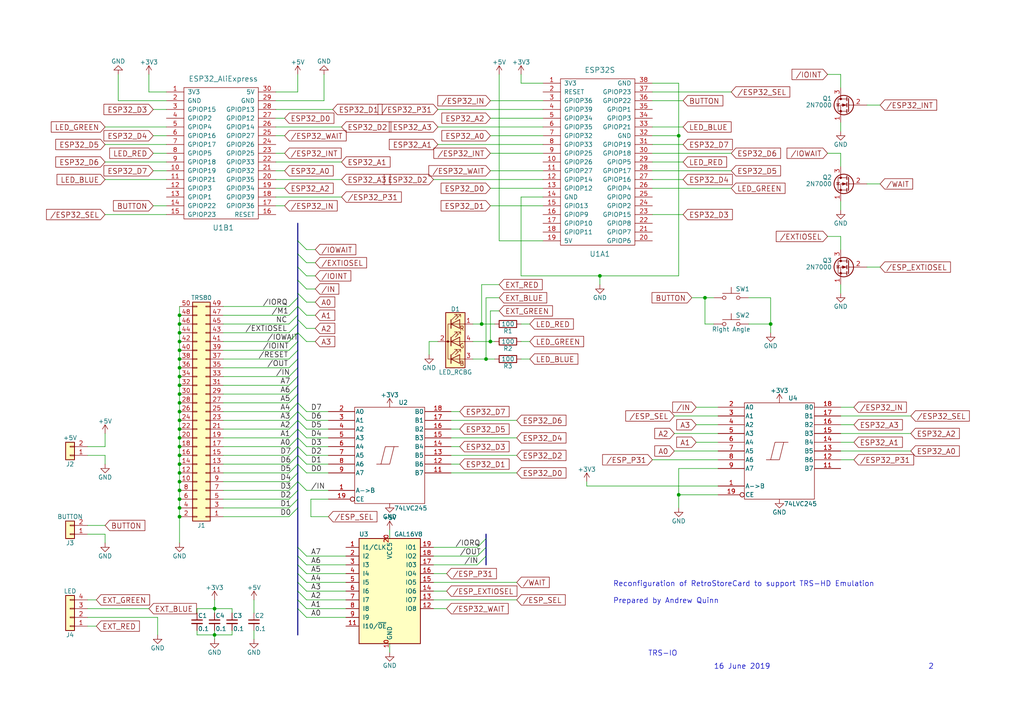
<source format=kicad_sch>
(kicad_sch (version 20211123) (generator eeschema)
  (paper "A4")
  (junction (at 140.97 104.14))
  (junction (at 52.07 99.06))
  (junction (at 52.07 134.62))
  (junction (at 52.07 119.38))
  (junction (at 52.07 129.54))
  (junction (at 52.07 132.08))
  (junction (at 52.07 149.86))
  (junction (at 223.52 93.98))
  (junction (at 52.07 111.76))
  (junction (at 196.85 143.51))
  (junction (at 52.07 96.52))
  (junction (at 52.07 127))
  (junction (at 52.07 137.16))
  (junction (at 173.99 80.01))
  (junction (at 139.7 93.98))
  (junction (at 52.07 109.22))
  (junction (at 52.07 114.3))
  (junction (at 52.07 121.92))
  (junction (at 142.24 99.06))
  (junction (at 52.07 147.32))
  (junction (at 62.23 176.53))
  (junction (at 196.85 39.37))
  (junction (at 52.07 104.14))
  (junction (at 52.07 139.7))
  (junction (at 52.07 116.84))
  (junction (at 52.07 91.44))
  (junction (at 52.07 93.98))
  (junction (at 204.47 86.36))
  (junction (at 52.07 124.46))
  (junction (at 52.07 101.6))
  (junction (at 62.23 184.15))
  (junction (at 52.07 144.78))
  (junction (at 52.07 142.24))
  (junction (at 52.07 106.68))
  (bus_entry (at 83.82 99.06) (size 2.54 -2.54))
  (bus_entry (at 83.82 121.92) (size 2.54 -2.54))
  (bus_entry (at 86.36 96.52) (size 2.54 2.54))
  (bus_entry (at 86.36 161.29) (size 2.54 2.54))
  (bus_entry (at 83.82 96.52) (size 2.54 -2.54))
  (bus_entry (at 86.36 158.75) (size 2.54 2.54))
  (bus_entry (at 86.36 77.47) (size 2.54 2.54))
  (bus_entry (at 86.36 176.53) (size 2.54 2.54))
  (bus_entry (at 138.43 161.29) (size 2.54 -2.54))
  (bus_entry (at 83.82 106.68) (size 2.54 -2.54))
  (bus_entry (at 86.36 132.08) (size 2.54 2.54))
  (bus_entry (at 83.82 137.16) (size 2.54 -2.54))
  (bus_entry (at 83.82 127) (size 2.54 -2.54))
  (bus_entry (at 83.82 119.38) (size 2.54 -2.54))
  (bus_entry (at 86.36 92.71) (size 2.54 2.54))
  (bus_entry (at 86.36 73.66) (size 2.54 2.54))
  (bus_entry (at 86.36 121.92) (size 2.54 2.54))
  (bus_entry (at 86.36 88.9) (size 2.54 2.54))
  (bus_entry (at 86.36 129.54) (size 2.54 2.54))
  (bus_entry (at 83.82 139.7) (size 2.54 -2.54))
  (bus_entry (at 83.82 142.24) (size 2.54 -2.54))
  (bus_entry (at 138.43 163.83) (size 2.54 -2.54))
  (bus_entry (at 86.36 116.84) (size 2.54 2.54))
  (bus_entry (at 83.82 101.6) (size 2.54 -2.54))
  (bus_entry (at 86.36 119.38) (size 2.54 2.54))
  (bus_entry (at 86.36 171.45) (size 2.54 2.54))
  (bus_entry (at 83.82 88.9) (size 2.54 -2.54))
  (bus_entry (at 83.82 111.76) (size 2.54 -2.54))
  (bus_entry (at 83.82 149.86) (size 2.54 -2.54))
  (bus_entry (at 83.82 147.32) (size 2.54 -2.54))
  (bus_entry (at 86.36 163.83) (size 2.54 2.54))
  (bus_entry (at 83.82 104.14) (size 2.54 -2.54))
  (bus_entry (at 86.36 134.62) (size 2.54 2.54))
  (bus_entry (at 86.36 81.28) (size 2.54 2.54))
  (bus_entry (at 86.36 139.7) (size 2.54 2.54))
  (bus_entry (at 83.82 114.3) (size 2.54 -2.54))
  (bus_entry (at 83.82 134.62) (size 2.54 -2.54))
  (bus_entry (at 86.36 127) (size 2.54 2.54))
  (bus_entry (at 83.82 129.54) (size 2.54 -2.54))
  (bus_entry (at 83.82 132.08) (size 2.54 -2.54))
  (bus_entry (at 83.82 93.98) (size 2.54 -2.54))
  (bus_entry (at 83.82 144.78) (size 2.54 -2.54))
  (bus_entry (at 83.82 124.46) (size 2.54 -2.54))
  (bus_entry (at 86.36 85.09) (size 2.54 2.54))
  (bus_entry (at 83.82 109.22) (size 2.54 -2.54))
  (bus_entry (at 86.36 166.37) (size 2.54 2.54))
  (bus_entry (at 86.36 168.91) (size 2.54 2.54))
  (bus_entry (at 138.43 158.75) (size 2.54 -2.54))
  (bus_entry (at 86.36 124.46) (size 2.54 2.54))
  (bus_entry (at 86.36 173.99) (size 2.54 2.54))
  (bus_entry (at 83.82 91.44) (size 2.54 -2.54))
  (bus_entry (at 86.36 69.85) (size 2.54 2.54))
  (bus_entry (at 83.82 116.84) (size 2.54 -2.54))
  (bus (pts (xy 86.36 144.78) (xy 86.36 147.32)))
  (wire (pts (xy 240.03 21.59) (xy 243.84 21.59)))
  (wire (pts (xy 64.77 129.54) (xy 83.82 129.54)))
  (wire (pts (xy 52.07 119.38) (xy 52.07 121.92)))
  (wire (pts (xy 189.23 44.45) (xy 212.09 44.45)))
  (bus (pts (xy 86.36 111.76) (xy 86.36 114.3)))
  (wire (pts (xy 57.15 184.15) (xy 62.23 184.15)))
  (wire (pts (xy 195.58 130.81) (xy 208.28 130.81)))
  (wire (pts (xy 140.97 86.36) (xy 140.97 104.14)))
  (wire (pts (xy 64.77 132.08) (xy 83.82 132.08)))
  (wire (pts (xy 208.28 135.89) (xy 196.85 135.89)))
  (wire (pts (xy 80.01 29.21) (xy 93.98 29.21)))
  (wire (pts (xy 30.48 52.07) (xy 48.26 52.07)))
  (wire (pts (xy 30.48 129.54) (xy 30.48 125.73)))
  (bus (pts (xy 86.36 92.71) (xy 86.36 93.98)))
  (wire (pts (xy 64.77 119.38) (xy 83.82 119.38)))
  (wire (pts (xy 151.13 24.13) (xy 151.13 21.59)))
  (wire (pts (xy 151.13 57.15) (xy 151.13 80.01)))
  (bus (pts (xy 86.36 91.44) (xy 86.36 92.71)))
  (wire (pts (xy 52.07 99.06) (xy 52.07 101.6)))
  (wire (pts (xy 30.48 62.23) (xy 48.26 62.23)))
  (bus (pts (xy 86.36 132.08) (xy 86.36 134.62)))
  (wire (pts (xy 80.01 54.61) (xy 82.55 54.61)))
  (wire (pts (xy 64.77 111.76) (xy 83.82 111.76)))
  (wire (pts (xy 52.07 144.78) (xy 52.07 147.32)))
  (wire (pts (xy 140.97 104.14) (xy 143.51 104.14)))
  (wire (pts (xy 204.47 93.98) (xy 204.47 86.36)))
  (wire (pts (xy 130.81 132.08) (xy 149.86 132.08)))
  (wire (pts (xy 80.01 31.75) (xy 96.52 31.75)))
  (wire (pts (xy 88.9 161.29) (xy 100.33 161.29)))
  (wire (pts (xy 157.48 39.37) (xy 142.24 39.37)))
  (wire (pts (xy 137.16 93.98) (xy 139.7 93.98)))
  (wire (pts (xy 142.24 54.61) (xy 157.48 54.61)))
  (wire (pts (xy 243.84 118.11) (xy 247.65 118.11)))
  (wire (pts (xy 25.4 132.08) (xy 30.48 132.08)))
  (wire (pts (xy 52.07 109.22) (xy 52.07 111.76)))
  (wire (pts (xy 139.7 82.55) (xy 139.7 93.98)))
  (wire (pts (xy 88.9 124.46) (xy 95.25 124.46)))
  (wire (pts (xy 44.45 39.37) (xy 48.26 39.37)))
  (wire (pts (xy 25.4 129.54) (xy 30.48 129.54)))
  (wire (pts (xy 139.7 93.98) (xy 143.51 93.98)))
  (wire (pts (xy 151.13 99.06) (xy 153.67 99.06)))
  (wire (pts (xy 88.9 137.16) (xy 95.25 137.16)))
  (wire (pts (xy 64.77 88.9) (xy 83.82 88.9)))
  (wire (pts (xy 64.77 101.6) (xy 83.82 101.6)))
  (wire (pts (xy 142.24 59.69) (xy 157.48 59.69)))
  (wire (pts (xy 88.9 166.37) (xy 100.33 166.37)))
  (wire (pts (xy 243.84 58.42) (xy 243.84 60.96)))
  (wire (pts (xy 88.9 80.01) (xy 91.44 80.01)))
  (wire (pts (xy 223.52 86.36) (xy 223.52 93.98)))
  (wire (pts (xy 57.15 176.53) (xy 62.23 176.53)))
  (wire (pts (xy 201.93 128.27) (xy 208.28 128.27)))
  (wire (pts (xy 243.84 120.65) (xy 264.16 120.65)))
  (wire (pts (xy 88.9 121.92) (xy 95.25 121.92)))
  (wire (pts (xy 64.77 96.52) (xy 83.82 96.52)))
  (wire (pts (xy 25.4 176.53) (xy 43.18 176.53)))
  (wire (pts (xy 80.01 34.29) (xy 82.55 34.29)))
  (wire (pts (xy 142.24 29.21) (xy 157.48 29.21)))
  (wire (pts (xy 80.01 49.53) (xy 82.55 49.53)))
  (wire (pts (xy 142.24 49.53) (xy 157.48 49.53)))
  (wire (pts (xy 251.46 53.34) (xy 255.27 53.34)))
  (wire (pts (xy 25.4 173.99) (xy 27.94 173.99)))
  (wire (pts (xy 62.23 176.53) (xy 62.23 177.8)))
  (wire (pts (xy 127 36.83) (xy 157.48 36.83)))
  (wire (pts (xy 243.84 82.55) (xy 243.84 85.09)))
  (wire (pts (xy 157.48 34.29) (xy 142.24 34.29)))
  (wire (pts (xy 67.31 176.53) (xy 67.31 177.8)))
  (wire (pts (xy 189.23 29.21) (xy 198.12 29.21)))
  (wire (pts (xy 80.01 39.37) (xy 82.55 39.37)))
  (wire (pts (xy 208.28 140.97) (xy 170.18 140.97)))
  (wire (pts (xy 137.16 104.14) (xy 140.97 104.14)))
  (wire (pts (xy 52.07 139.7) (xy 52.07 142.24)))
  (wire (pts (xy 113.03 153.67) (xy 113.03 156.21)))
  (bus (pts (xy 86.36 147.32) (xy 86.36 158.75)))
  (wire (pts (xy 64.77 149.86) (xy 83.82 149.86)))
  (wire (pts (xy 30.48 154.94) (xy 30.48 157.48)))
  (wire (pts (xy 25.4 179.07) (xy 45.72 179.07)))
  (wire (pts (xy 88.9 142.24) (xy 95.25 142.24)))
  (wire (pts (xy 88.9 119.38) (xy 95.25 119.38)))
  (wire (pts (xy 157.48 24.13) (xy 151.13 24.13)))
  (wire (pts (xy 52.07 93.98) (xy 52.07 96.52)))
  (wire (pts (xy 88.9 176.53) (xy 100.33 176.53)))
  (wire (pts (xy 125.73 176.53) (xy 129.54 176.53)))
  (bus (pts (xy 86.36 124.46) (xy 86.36 127)))
  (wire (pts (xy 243.84 128.27) (xy 247.65 128.27)))
  (wire (pts (xy 189.23 49.53) (xy 212.09 49.53)))
  (wire (pts (xy 189.23 26.67) (xy 212.09 26.67)))
  (bus (pts (xy 86.36 77.47) (xy 86.36 81.28)))
  (bus (pts (xy 140.97 161.29) (xy 140.97 163.83)))
  (wire (pts (xy 130.81 124.46) (xy 133.35 124.46)))
  (wire (pts (xy 144.78 90.17) (xy 142.24 90.17)))
  (wire (pts (xy 130.81 134.62) (xy 133.35 134.62)))
  (wire (pts (xy 64.77 93.98) (xy 83.82 93.98)))
  (wire (pts (xy 243.84 35.56) (xy 243.84 38.1)))
  (wire (pts (xy 64.77 134.62) (xy 83.82 134.62)))
  (wire (pts (xy 130.81 119.38) (xy 133.35 119.38)))
  (wire (pts (xy 173.99 80.01) (xy 151.13 80.01)))
  (bus (pts (xy 86.36 176.53) (xy 86.36 184.15)))
  (bus (pts (xy 86.36 142.24) (xy 86.36 144.78)))
  (wire (pts (xy 251.46 77.47) (xy 255.27 77.47)))
  (wire (pts (xy 88.9 83.82) (xy 91.44 83.82)))
  (wire (pts (xy 88.9 72.39) (xy 91.44 72.39)))
  (wire (pts (xy 90.17 144.78) (xy 90.17 149.86)))
  (wire (pts (xy 30.48 132.08) (xy 30.48 134.62)))
  (wire (pts (xy 196.85 39.37) (xy 196.85 80.01)))
  (wire (pts (xy 125.73 163.83) (xy 138.43 163.83)))
  (wire (pts (xy 130.81 137.16) (xy 149.86 137.16)))
  (wire (pts (xy 240.03 44.45) (xy 243.84 44.45)))
  (wire (pts (xy 64.77 121.92) (xy 83.82 121.92)))
  (wire (pts (xy 25.4 154.94) (xy 30.48 154.94)))
  (wire (pts (xy 212.09 54.61) (xy 189.23 54.61)))
  (wire (pts (xy 189.23 46.99) (xy 198.12 46.99)))
  (wire (pts (xy 52.07 101.6) (xy 52.07 104.14)))
  (wire (pts (xy 243.84 21.59) (xy 243.84 25.4)))
  (wire (pts (xy 204.47 86.36) (xy 207.01 86.36)))
  (wire (pts (xy 240.03 68.58) (xy 243.84 68.58)))
  (wire (pts (xy 157.48 57.15) (xy 151.13 57.15)))
  (bus (pts (xy 86.36 86.36) (xy 86.36 88.9)))
  (wire (pts (xy 127 41.91) (xy 157.48 41.91)))
  (wire (pts (xy 64.77 124.46) (xy 83.82 124.46)))
  (wire (pts (xy 125.73 168.91) (xy 149.86 168.91)))
  (wire (pts (xy 95.25 144.78) (xy 90.17 144.78)))
  (wire (pts (xy 195.58 120.65) (xy 208.28 120.65)))
  (wire (pts (xy 142.24 99.06) (xy 143.51 99.06)))
  (wire (pts (xy 64.77 142.24) (xy 83.82 142.24)))
  (wire (pts (xy 198.12 36.83) (xy 189.23 36.83)))
  (wire (pts (xy 88.9 91.44) (xy 91.44 91.44)))
  (wire (pts (xy 62.23 182.88) (xy 62.23 184.15)))
  (bus (pts (xy 86.36 127) (xy 86.36 129.54)))
  (wire (pts (xy 73.66 173.99) (xy 73.66 177.8)))
  (wire (pts (xy 137.16 99.06) (xy 142.24 99.06)))
  (bus (pts (xy 86.36 119.38) (xy 86.36 121.92)))
  (wire (pts (xy 243.84 125.73) (xy 264.16 125.73)))
  (wire (pts (xy 113.03 189.23) (xy 113.03 186.69)))
  (wire (pts (xy 45.72 179.07) (xy 45.72 184.15)))
  (wire (pts (xy 34.29 29.21) (xy 34.29 21.59)))
  (wire (pts (xy 88.9 179.07) (xy 100.33 179.07)))
  (wire (pts (xy 173.99 80.01) (xy 173.99 82.55)))
  (wire (pts (xy 201.93 123.19) (xy 208.28 123.19)))
  (wire (pts (xy 80.01 46.99) (xy 99.06 46.99)))
  (wire (pts (xy 30.48 36.83) (xy 48.26 36.83)))
  (bus (pts (xy 86.36 106.68) (xy 86.36 109.22)))
  (wire (pts (xy 80.01 52.07) (xy 99.06 52.07)))
  (wire (pts (xy 130.81 127) (xy 149.86 127)))
  (wire (pts (xy 243.84 123.19) (xy 247.65 123.19)))
  (bus (pts (xy 86.36 129.54) (xy 86.36 132.08)))
  (wire (pts (xy 52.07 134.62) (xy 52.07 137.16)))
  (wire (pts (xy 52.07 106.68) (xy 52.07 109.22)))
  (wire (pts (xy 64.77 144.78) (xy 83.82 144.78)))
  (wire (pts (xy 48.26 26.67) (xy 43.18 26.67)))
  (wire (pts (xy 52.07 132.08) (xy 52.07 134.62)))
  (bus (pts (xy 86.36 104.14) (xy 86.36 106.68)))
  (wire (pts (xy 207.01 93.98) (xy 204.47 93.98)))
  (wire (pts (xy 124.46 99.06) (xy 124.46 102.87)))
  (bus (pts (xy 86.36 163.83) (xy 86.36 166.37)))
  (wire (pts (xy 44.45 44.45) (xy 48.26 44.45)))
  (wire (pts (xy 217.17 93.98) (xy 223.52 93.98)))
  (wire (pts (xy 125.73 158.75) (xy 138.43 158.75)))
  (bus (pts (xy 86.36 137.16) (xy 86.36 139.7)))
  (wire (pts (xy 88.9 173.99) (xy 100.33 173.99)))
  (wire (pts (xy 64.77 116.84) (xy 83.82 116.84)))
  (wire (pts (xy 195.58 125.73) (xy 208.28 125.73)))
  (wire (pts (xy 189.23 52.07) (xy 198.12 52.07)))
  (wire (pts (xy 80.01 59.69) (xy 82.55 59.69)))
  (wire (pts (xy 52.07 116.84) (xy 52.07 119.38)))
  (wire (pts (xy 80.01 26.67) (xy 86.36 26.67)))
  (wire (pts (xy 88.9 134.62) (xy 95.25 134.62)))
  (wire (pts (xy 52.07 114.3) (xy 52.07 116.84)))
  (wire (pts (xy 52.07 121.92) (xy 52.07 124.46)))
  (wire (pts (xy 142.24 90.17) (xy 142.24 99.06)))
  (wire (pts (xy 90.17 149.86) (xy 95.25 149.86)))
  (bus (pts (xy 86.36 81.28) (xy 86.36 85.09)))
  (bus (pts (xy 86.36 114.3) (xy 86.36 116.84)))
  (wire (pts (xy 243.84 133.35) (xy 247.65 133.35)))
  (wire (pts (xy 196.85 143.51) (xy 196.85 147.32)))
  (bus (pts (xy 86.36 168.91) (xy 86.36 171.45)))
  (wire (pts (xy 243.84 68.58) (xy 243.84 72.39)))
  (wire (pts (xy 25.4 181.61) (xy 27.94 181.61)))
  (bus (pts (xy 86.36 171.45) (xy 86.36 173.99)))
  (wire (pts (xy 251.46 30.48) (xy 255.27 30.48)))
  (bus (pts (xy 86.36 116.84) (xy 86.36 119.38)))
  (wire (pts (xy 125.73 52.07) (xy 157.48 52.07)))
  (wire (pts (xy 130.81 121.92) (xy 149.86 121.92)))
  (wire (pts (xy 64.77 106.68) (xy 83.82 106.68)))
  (wire (pts (xy 151.13 104.14) (xy 153.67 104.14)))
  (wire (pts (xy 223.52 93.98) (xy 223.52 96.52)))
  (wire (pts (xy 48.26 29.21) (xy 34.29 29.21)))
  (wire (pts (xy 127 99.06) (xy 124.46 99.06)))
  (wire (pts (xy 52.07 111.76) (xy 52.07 114.3)))
  (wire (pts (xy 73.66 182.88) (xy 73.66 185.42)))
  (bus (pts (xy 86.36 121.92) (xy 86.36 124.46)))
  (wire (pts (xy 88.9 87.63) (xy 91.44 87.63)))
  (bus (pts (xy 86.36 134.62) (xy 86.36 137.16)))
  (bus (pts (xy 86.36 161.29) (xy 86.36 163.83)))
  (wire (pts (xy 52.07 127) (xy 52.07 129.54)))
  (wire (pts (xy 125.73 173.99) (xy 149.86 173.99)))
  (bus (pts (xy 86.36 173.99) (xy 86.36 176.53)))
  (bus (pts (xy 86.36 158.75) (xy 86.36 161.29)))
  (wire (pts (xy 44.45 31.75) (xy 48.26 31.75)))
  (wire (pts (xy 189.23 39.37) (xy 196.85 39.37)))
  (bus (pts (xy 86.36 93.98) (xy 86.36 96.52)))
  (wire (pts (xy 142.24 44.45) (xy 157.48 44.45)))
  (wire (pts (xy 44.45 59.69) (xy 48.26 59.69)))
  (wire (pts (xy 88.9 99.06) (xy 91.44 99.06)))
  (wire (pts (xy 189.23 62.23) (xy 198.12 62.23)))
  (bus (pts (xy 86.36 64.77) (xy 86.36 69.85)))
  (wire (pts (xy 52.07 147.32) (xy 52.07 149.86)))
  (wire (pts (xy 217.17 86.36) (xy 223.52 86.36)))
  (wire (pts (xy 64.77 109.22) (xy 83.82 109.22)))
  (wire (pts (xy 64.77 127) (xy 83.82 127)))
  (wire (pts (xy 243.84 130.81) (xy 264.16 130.81)))
  (wire (pts (xy 144.78 82.55) (xy 139.7 82.55)))
  (bus (pts (xy 86.36 69.85) (xy 86.36 73.66)))
  (wire (pts (xy 243.84 44.45) (xy 243.84 48.26)))
  (wire (pts (xy 208.28 133.35) (xy 189.23 133.35)))
  (wire (pts (xy 144.78 21.59) (xy 144.78 69.85)))
  (wire (pts (xy 62.23 173.99) (xy 62.23 176.53)))
  (wire (pts (xy 64.77 139.7) (xy 83.82 139.7)))
  (wire (pts (xy 62.23 176.53) (xy 67.31 176.53)))
  (wire (pts (xy 208.28 143.51) (xy 196.85 143.51)))
  (bus (pts (xy 86.36 99.06) (xy 86.36 101.6)))
  (wire (pts (xy 80.01 36.83) (xy 99.06 36.83)))
  (bus (pts (xy 86.36 109.22) (xy 86.36 111.76)))
  (wire (pts (xy 196.85 24.13) (xy 196.85 39.37)))
  (wire (pts (xy 125.73 171.45) (xy 129.54 171.45)))
  (bus (pts (xy 86.36 139.7) (xy 86.36 142.24)))
  (wire (pts (xy 62.23 184.15) (xy 62.23 185.42)))
  (wire (pts (xy 52.07 142.24) (xy 52.07 144.78)))
  (bus (pts (xy 140.97 156.21) (xy 140.97 158.75)))
  (wire (pts (xy 88.9 132.08) (xy 95.25 132.08)))
  (wire (pts (xy 125.73 161.29) (xy 138.43 161.29)))
  (wire (pts (xy 52.07 104.14) (xy 52.07 106.68)))
  (wire (pts (xy 52.07 91.44) (xy 52.07 93.98)))
  (bus (pts (xy 86.36 88.9) (xy 86.36 91.44)))
  (bus (pts (xy 140.97 158.75) (xy 140.97 161.29)))
  (wire (pts (xy 52.07 149.86) (xy 52.07 157.48)))
  (wire (pts (xy 88.9 127) (xy 95.25 127)))
  (wire (pts (xy 80.01 57.15) (xy 99.06 57.15)))
  (wire (pts (xy 43.18 26.67) (xy 43.18 21.59)))
  (wire (pts (xy 86.36 26.67) (xy 86.36 21.59)))
  (wire (pts (xy 64.77 114.3) (xy 83.82 114.3)))
  (wire (pts (xy 88.9 95.25) (xy 91.44 95.25)))
  (wire (pts (xy 157.48 31.75) (xy 127 31.75)))
  (wire (pts (xy 189.23 24.13) (xy 196.85 24.13)))
  (wire (pts (xy 52.07 88.9) (xy 52.07 91.44)))
  (wire (pts (xy 52.07 129.54) (xy 52.07 132.08)))
  (wire (pts (xy 196.85 135.89) (xy 196.85 143.51)))
  (wire (pts (xy 200.66 86.36) (xy 204.47 86.36)))
  (wire (pts (xy 88.9 76.2) (xy 91.44 76.2)))
  (wire (pts (xy 88.9 163.83) (xy 100.33 163.83)))
  (wire (pts (xy 25.4 152.4) (xy 30.48 152.4)))
  (bus (pts (xy 86.36 85.09) (xy 86.36 86.36)))
  (wire (pts (xy 64.77 147.32) (xy 83.82 147.32)))
  (wire (pts (xy 64.77 99.06) (xy 83.82 99.06)))
  (bus (pts (xy 86.36 73.66) (xy 86.36 77.47)))
  (wire (pts (xy 57.15 182.88) (xy 57.15 184.15)))
  (wire (pts (xy 64.77 137.16) (xy 83.82 137.16)))
  (wire (pts (xy 151.13 93.98) (xy 153.67 93.98)))
  (wire (pts (xy 52.07 96.52) (xy 52.07 99.06)))
  (bus (pts (xy 86.36 166.37) (xy 86.36 168.91)))
  (wire (pts (xy 57.15 177.8) (xy 57.15 176.53)))
  (wire (pts (xy 62.23 184.15) (xy 67.31 184.15)))
  (wire (pts (xy 30.48 46.99) (xy 48.26 46.99)))
  (wire (pts (xy 88.9 171.45) (xy 100.33 171.45)))
  (wire (pts (xy 189.23 41.91) (xy 198.12 41.91)))
  (wire (pts (xy 67.31 184.15) (xy 67.31 182.88)))
  (bus (pts (xy 86.36 96.52) (xy 86.36 99.06)))
  (wire (pts (xy 64.77 91.44) (xy 83.82 91.44)))
  (wire (pts (xy 93.98 29.21) (xy 93.98 21.59)))
  (bus (pts (xy 140.97 154.94) (xy 140.97 156.21)))
  (wire (pts (xy 125.73 166.37) (xy 129.54 166.37)))
  (wire (pts (xy 196.85 80.01) (xy 173.99 80.01)))
  (wire (pts (xy 201.93 118.11) (xy 208.28 118.11)))
  (wire (pts (xy 30.48 41.91) (xy 48.26 41.91)))
  (wire (pts (xy 144.78 69.85) (xy 157.48 69.85)))
  (wire (pts (xy 144.78 86.36) (xy 140.97 86.36)))
  (wire (pts (xy 88.9 129.54) (xy 95.25 129.54)))
  (wire (pts (xy 130.81 129.54) (xy 133.35 129.54)))
  (wire (pts (xy 80.01 44.45) (xy 82.55 44.45)))
  (wire (pts (xy 52.07 137.16) (xy 52.07 139.7)))
  (bus (pts (xy 86.36 101.6) (xy 86.36 104.14)))
  (wire (pts (xy 64.77 104.14) (xy 83.82 104.14)))
  (wire (pts (xy 170.18 140.97) (xy 170.18 139.7)))
  (wire (pts (xy 44.45 49.53) (xy 48.26 49.53)))
  (wire (pts (xy 88.9 168.91) (xy 100.33 168.91)))
  (wire (pts (xy 52.07 124.46) (xy 52.07 127)))
  (text "TRS-IO" (at 187.96 190.5 0) (effects (font (size 1.524 1.524)) (justify left bottom)))
  (text "16 June 2019" (at 207.01 194.31 0) (effects (font (size 1.524 1.524)) (justify left bottom)))
  (text "Reconfiguration of RetroStoreCard to support TRS-HD Emulation\n\nPrepared by Andrew Quinn" (at 177.8 175.26 0) (effects (font (size 1.524 1.524)) (justify left bottom)))
  (text "2" (at 269.24 194.31 0) (effects (font (size 1.524 1.524)) (justify left bottom)))
  (label "D7" (at 90.17 119.38 0) (effects (font (size 1.524 1.524))))
  (label "A0" (at 81.28 129.54 0) (effects (font (size 1.524 1.524))))
  (label "A4" (at 81.28 119.38 0) (effects (font (size 1.524 1.524))))
  (label "A2" (at 90.17 173.99 0) (effects (font (size 1.524 1.524))))
  (label "A7" (at 90.17 161.29 0) (effects (font (size 1.524 1.524))))
  (label "D2" (at 81.28 144.78 0) (effects (font (size 1.524 1.524))))
  (label "/IORQ" (at 76.2 88.9 0) (effects (font (size 1.524 1.524))))
  (label "D3" (at 81.28 142.24 0) (effects (font (size 1.524 1.524))))
  (label "A6" (at 90.17 163.83 0) (effects (font (size 1.524 1.524))))
  (label "A7" (at 81.28 111.76 0) (effects (font (size 1.524 1.524))))
  (label "D1" (at 81.28 147.32 0) (effects (font (size 1.524 1.524))))
  (label "A0" (at 90.17 179.07 0) (effects (font (size 1.524 1.524))))
  (label "/M1" (at 78.74 91.44 0) (effects (font (size 1.524 1.524))))
  (label "D4" (at 81.28 139.7 0) (effects (font (size 1.524 1.524))))
  (label "/IN" (at 90.17 142.24 0) (effects (font (size 1.524 1.524))))
  (label "A1" (at 90.17 176.53 0) (effects (font (size 1.524 1.524))))
  (label "D3" (at 90.17 129.54 0) (effects (font (size 1.524 1.524))))
  (label "A2" (at 81.28 124.46 0) (effects (font (size 1.524 1.524))))
  (label "/IOWAIT" (at 77.47 99.06 0) (effects (font (size 1.524 1.524))))
  (label "D7" (at 81.28 132.08 0) (effects (font (size 1.524 1.524))))
  (label "/OUT" (at 133.35 161.29 0) (effects (font (size 1.524 1.524))))
  (label "A6" (at 81.28 114.3 0) (effects (font (size 1.524 1.524))))
  (label "/OUT" (at 77.47 106.68 0) (effects (font (size 1.524 1.524))))
  (label "A5" (at 90.17 166.37 0) (effects (font (size 1.524 1.524))))
  (label "D5" (at 90.17 124.46 0) (effects (font (size 1.524 1.524))))
  (label "D6" (at 81.28 134.62 0) (effects (font (size 1.524 1.524))))
  (label "D0" (at 90.17 137.16 0) (effects (font (size 1.524 1.524))))
  (label "/IORQ" (at 132.08 158.75 0) (effects (font (size 1.524 1.524))))
  (label "NC" (at 80.01 93.98 0) (effects (font (size 1.524 1.524))))
  (label "D4" (at 90.17 127 0) (effects (font (size 1.524 1.524))))
  (label "/IN" (at 80.01 109.22 0) (effects (font (size 1.524 1.524))))
  (label "/IN" (at 134.62 163.83 0) (effects (font (size 1.524 1.524))))
  (label "/EXTIOSEL" (at 71.12 96.52 0) (effects (font (size 1.524 1.524))))
  (label "/RESET" (at 74.93 104.14 0) (effects (font (size 1.524 1.524))))
  (label "D6" (at 90.17 121.92 0) (effects (font (size 1.524 1.524))))
  (label "A5" (at 81.28 116.84 0) (effects (font (size 1.524 1.524))))
  (label "D2" (at 90.17 132.08 0) (effects (font (size 1.524 1.524))))
  (label "D5" (at 81.28 137.16 0) (effects (font (size 1.524 1.524))))
  (label "A4" (at 90.17 168.91 0) (effects (font (size 1.524 1.524))))
  (label "A1" (at 81.28 127 0) (effects (font (size 1.524 1.524))))
  (label "A3" (at 90.17 171.45 0) (effects (font (size 1.524 1.524))))
  (label "A3" (at 81.28 121.92 0) (effects (font (size 1.524 1.524))))
  (label "D1" (at 90.17 134.62 0) (effects (font (size 1.524 1.524))))
  (label "D0" (at 81.28 149.86 0) (effects (font (size 1.524 1.524))))
  (label "/IOINT" (at 76.2 101.6 0) (effects (font (size 1.524 1.524))))
  (global_label "/IOWAIT" (shape input) (at 91.44 72.39 0) (effects (font (size 1.524 1.524))) (property "Intersheet References" "${INTERSHEET_REFS}" (effects hide)))
  (global_label "ESP32_D2" (shape input) (at 99.06 36.83 0) (effects (font (size 1.524 1.524))) (property "Intersheet References" "${INTERSHEET_REFS}" (effects hide)))
  (global_label "ESP32_A3" (shape input) (at 99.06 52.07 0) (effects (font (size 1.524 1.524))) (property "Intersheet References" "${INTERSHEET_REFS}" (effects hide)))
  (global_label "/ESP_SEL" (shape input) (at 149.86 173.99 0) (effects (font (size 1.524 1.524))) (property "Intersheet References" "${INTERSHEET_REFS}" (effects hide)))
  (global_label "ESP32_A3" (shape input) (at 247.65 123.19 0) (effects (font (size 1.524 1.524))) (property "Intersheet References" "${INTERSHEET_REFS}" (effects hide)))
  (global_label "LED_BLUE" (shape input) (at 30.48 52.07 180) (effects (font (size 1.524 1.524))) (property "Intersheet References" "${INTERSHEET_REFS}" (effects hide)))
  (global_label "ESP32_D6" (shape input) (at 30.48 46.99 180) (effects (font (size 1.524 1.524))) (property "Intersheet References" "${INTERSHEET_REFS}" (effects hide)))
  (global_label "A0" (shape input) (at 91.44 87.63 0) (effects (font (size 1.524 1.524))) (property "Intersheet References" "${INTERSHEET_REFS}" (effects hide)))
  (global_label "/ESP32_IN" (shape input) (at 142.24 29.21 180) (effects (font (size 1.524 1.524))) (property "Intersheet References" "${INTERSHEET_REFS}" (effects hide)))
  (global_label "ESP32_D7" (shape input) (at 133.35 119.38 0) (effects (font (size 1.524 1.524))) (property "Intersheet References" "${INTERSHEET_REFS}" (effects hide)))
  (global_label "ESP32_A0" (shape input) (at 142.24 39.37 180) (effects (font (size 1.524 1.524))) (property "Intersheet References" "${INTERSHEET_REFS}" (effects hide)))
  (global_label "A2" (shape input) (at 91.44 95.25 0) (effects (font (size 1.524 1.524))) (property "Intersheet References" "${INTERSHEET_REFS}" (effects hide)))
  (global_label "LED_GREEN" (shape input) (at 30.48 36.83 180) (effects (font (size 1.524 1.524))) (property "Intersheet References" "${INTERSHEET_REFS}" (effects hide)))
  (global_label "EXT_GREEN" (shape input) (at 27.94 173.99 0) (effects (font (size 1.524 1.524))) (property "Intersheet References" "${INTERSHEET_REFS}" (effects hide)))
  (global_label "/IOWAIT" (shape input) (at 240.03 44.45 180) (effects (font (size 1.524 1.524))) (property "Intersheet References" "${INTERSHEET_REFS}" (effects hide)))
  (global_label "EXT_RED" (shape input) (at 27.94 181.61 0) (effects (font (size 1.524 1.524))) (property "Intersheet References" "${INTERSHEET_REFS}" (effects hide)))
  (global_label "/ESP32_WAIT" (shape input) (at 82.55 39.37 0) (effects (font (size 1.524 1.524))) (property "Intersheet References" "${INTERSHEET_REFS}" (effects hide)))
  (global_label "LED_BLUE" (shape input) (at 153.67 104.14 0) (effects (font (size 1.524 1.524))) (property "Intersheet References" "${INTERSHEET_REFS}" (effects hide)))
  (global_label "/ESP32_IN" (shape input) (at 82.55 59.69 0) (effects (font (size 1.524 1.524))) (property "Intersheet References" "${INTERSHEET_REFS}" (effects hide)))
  (global_label "EXT_BLUE" (shape input) (at 43.18 176.53 0) (effects (font (size 1.524 1.524))) (property "Intersheet References" "${INTERSHEET_REFS}" (effects hide)))
  (global_label "ESP32_D5" (shape input) (at 30.48 41.91 180) (effects (font (size 1.524 1.524))) (property "Intersheet References" "${INTERSHEET_REFS}" (effects hide)))
  (global_label "A0" (shape input) (at 195.58 130.81 180) (effects (font (size 1.524 1.524))) (property "Intersheet References" "${INTERSHEET_REFS}" (effects hide)))
  (global_label "/ESP32_SEL" (shape input) (at 264.16 120.65 0) (effects (font (size 1.524 1.524))) (property "Intersheet References" "${INTERSHEET_REFS}" (effects hide)))
  (global_label "LED_GREEN" (shape input) (at 153.67 99.06 0) (effects (font (size 1.524 1.524))) (property "Intersheet References" "${INTERSHEET_REFS}" (effects hide)))
  (global_label "ESP32_A2" (shape input) (at 142.24 34.29 180) (effects (font (size 1.524 1.524))) (property "Intersheet References" "${INTERSHEET_REFS}" (effects hide)))
  (global_label "ESP32_D0" (shape input) (at 82.55 34.29 0) (effects (font (size 1.524 1.524))) (property "Intersheet References" "${INTERSHEET_REFS}" (effects hide)))
  (global_label "/ESP32_P31" (shape input) (at 247.65 133.35 0) (effects (font (size 1.524 1.524))) (property "Intersheet References" "${INTERSHEET_REFS}" (effects hide)))
  (global_label "/WAIT" (shape input) (at 149.86 168.91 0) (effects (font (size 1.524 1.524))) (property "Intersheet References" "${INTERSHEET_REFS}" (effects hide)))
  (global_label "EXT_RED" (shape input) (at 144.78 82.55 0) (effects (font (size 1.524 1.524))) (property "Intersheet References" "${INTERSHEET_REFS}" (effects hide)))
  (global_label "ESP32_D0" (shape input) (at 142.24 54.61 180) (effects (font (size 1.524 1.524))) (property "Intersheet References" "${INTERSHEET_REFS}" (effects hide)))
  (global_label "/ESP32_SEL" (shape input) (at 212.09 26.67 0) (effects (font (size 1.524 1.524))) (property "Intersheet References" "${INTERSHEET_REFS}" (effects hide)))
  (global_label "ESP32_D3" (shape input) (at 44.45 31.75 180) (effects (font (size 1.524 1.524))) (property "Intersheet References" "${INTERSHEET_REFS}" (effects hide)))
  (global_label "ESP32_D5" (shape input) (at 133.35 124.46 0) (effects (font (size 1.524 1.524))) (property "Intersheet References" "${INTERSHEET_REFS}" (effects hide)))
  (global_label "/ESP_P31" (shape input) (at 189.23 133.35 180) (effects (font (size 1.524 1.524))) (property "Intersheet References" "${INTERSHEET_REFS}" (effects hide)))
  (global_label "ESP32_D4" (shape input) (at 198.12 52.07 0) (effects (font (size 1.524 1.524))) (property "Intersheet References" "${INTERSHEET_REFS}" (effects hide)))
  (global_label "ESP32_D3" (shape input) (at 198.12 62.23 0) (effects (font (size 1.524 1.524))) (property "Intersheet References" "${INTERSHEET_REFS}" (effects hide)))
  (global_label "ESP32_A2" (shape input) (at 82.55 54.61 0) (effects (font (size 1.524 1.524))) (property "Intersheet References" "${INTERSHEET_REFS}" (effects hide)))
  (global_label "/WAIT" (shape input) (at 255.27 53.34 0) (effects (font (size 1.524 1.524))) (property "Intersheet References" "${INTERSHEET_REFS}" (effects hide)))
  (global_label "ESP32_D4" (shape input) (at 149.86 127 0) (effects (font (size 1.524 1.524))) (property "Intersheet References" "${INTERSHEET_REFS}" (effects hide)))
  (global_label "/IOINT" (shape input) (at 91.44 80.01 0) (effects (font (size 1.524 1.524))) (property "Intersheet References" "${INTERSHEET_REFS}" (effects hide)))
  (global_label "EXT_GREEN" (shape input) (at 144.78 90.17 0) (effects (font (size 1.524 1.524))) (property "Intersheet References" "${INTERSHEET_REFS}" (effects hide)))
  (global_label "ESP32_A1" (shape input) (at 247.65 128.27 0) (effects (font (size 1.524 1.524))) (property "Intersheet References" "${INTERSHEET_REFS}" (effects hide)))
  (global_label "ESP32_D4" (shape input) (at 44.45 39.37 180) (effects (font (size 1.524 1.524))) (property "Intersheet References" "${INTERSHEET_REFS}" (effects hide)))
  (global_label "ESP32_A1" (shape input) (at 127 41.91 180) (effects (font (size 1.524 1.524))) (property "Intersheet References" "${INTERSHEET_REFS}" (effects hide)))
  (global_label "/EXTIOSEL" (shape input) (at 240.03 68.58 180) (effects (font (size 1.524 1.524))) (property "Intersheet References" "${INTERSHEET_REFS}" (effects hide)))
  (global_label "A2" (shape input) (at 195.58 125.73 180) (effects (font (size 1.524 1.524))) (property "Intersheet References" "${INTERSHEET_REFS}" (effects hide)))
  (global_label "LED_RED" (shape input) (at 44.45 44.45 180) (effects (font (size 1.524 1.524))) (property "Intersheet References" "${INTERSHEET_REFS}" (effects hide)))
  (global_label "LED_GREEN" (shape input) (at 212.09 54.61 0) (effects (font (size 1.524 1.524))) (property "Intersheet References" "${INTERSHEET_REFS}" (effects hide)))
  (global_label "/ESP_SEL" (shape input) (at 95.25 149.86 0) (effects (font (size 1.524 1.524))) (property "Intersheet References" "${INTERSHEET_REFS}" (effects hide)))
  (global_label "LED_RED" (shape input) (at 153.67 93.98 0) (effects (font (size 1.524 1.524))) (property "Intersheet References" "${INTERSHEET_REFS}" (effects hide)))
  (global_label "/ESP32_P31" (shape input) (at 99.06 57.15 0) (effects (font (size 1.524 1.524))) (property "Intersheet References" "${INTERSHEET_REFS}" (effects hide)))
  (global_label "/EXTIOSEL" (shape input) (at 91.44 76.2 0) (effects (font (size 1.524 1.524))) (property "Intersheet References" "${INTERSHEET_REFS}" (effects hide)))
  (global_label "ESP32_D6" (shape input) (at 149.86 121.92 0) (effects (font (size 1.524 1.524))) (property "Intersheet References" "${INTERSHEET_REFS}" (effects hide)))
  (global_label "ESP32_D0" (shape input) (at 149.86 137.16 0) (effects (font (size 1.524 1.524))) (property "Intersheet References" "${INTERSHEET_REFS}" (effects hide)))
  (global_label "ESP32_A0" (shape input) (at 264.16 130.81 0) (effects (font (size 1.524 1.524))) (property "Intersheet References" "${INTERSHEET_REFS}" (effects hide)))
  (global_label "ESP32_D5" (shape input) (at 212.09 49.53 0) (effects (font (size 1.524 1.524))) (property "Intersheet References" "${INTERSHEET_REFS}" (effects hide)))
  (global_label "/ESP32_P31" (shape input) (at 127 31.75 180) (effects (font (size 1.524 1.524))) (property "Intersheet References" "${INTERSHEET_REFS}" (effects hide)))
  (global_label "/IOINT" (shape input) (at 240.03 21.59 180) (effects (font (size 1.524 1.524))) (property "Intersheet References" "${INTERSHEET_REFS}" (effects hide)))
  (global_label "ESP32_A0" (shape input) (at 82.55 49.53 0) (effects (font (size 1.524 1.524))) (property "Intersheet References" "${INTERSHEET_REFS}" (effects hide)))
  (global_label "/ESP_SEL" (shape input) (at 195.58 120.65 180) (effects (font (size 1.524 1.524))) (property "Intersheet References" "${INTERSHEET_REFS}" (effects hide)))
  (global_label "/ESP_EXTIOSEL" (shape input) (at 255.27 77.47 0) (effects (font (size 1.524 1.524))) (property "Intersheet References" "${INTERSHEET_REFS}" (effects hide)))
  (global_label "ESP32_D1" (shape input) (at 133.35 134.62 0) (effects (font (size 1.524 1.524))) (property "Intersheet References" "${INTERSHEET_REFS}" (effects hide)))
  (global_label "LED_RED" (shape input) (at 198.12 46.99 0) (effects (font (size 1.524 1.524))) (property "Intersheet References" "${INTERSHEET_REFS}" (effects hide)))
  (global_label "A3" (shape input) (at 201.93 123.19 180) (effects (font (size 1.524 1.524))) (property "Intersheet References" "${INTERSHEET_REFS}" (effects hide)))
  (global_label "/ESP32_INT" (shape input) (at 255.27 30.48 0) (effects (font (size 1.524 1.524))) (property "Intersheet References" "${INTERSHEET_REFS}" (effects hide)))
  (global_label "ESP32_A2" (shape input) (at 264.16 125.73 0) (effects (font (size 1.524 1.524))) (property "Intersheet References" "${INTERSHEET_REFS}" (effects hide)))
  (global_label "ESP32_D7" (shape input) (at 198.12 41.91 0) (effects (font (size 1.524 1.524))) (property "Intersheet References" "${INTERSHEET_REFS}" (effects hide)))
  (global_label "A3" (shape input) (at 91.44 99.06 0) (effects (font (size 1.524 1.524))) (property "Intersheet References" "${INTERSHEET_REFS}" (effects hide)))
  (global_label "/IN" (shape input) (at 91.44 83.82 0) (effects (font (size 1.524 1.524))) (property "Intersheet References" "${INTERSHEET_REFS}" (effects hide)))
  (global_label "ESP32_D1" (shape input) (at 96.52 31.75 0) (effects (font (size 1.524 1.524))) (property "Intersheet References" "${INTERSHEET_REFS}" (effects hide)))
  (global_label "/ESP_P31" (shape input) (at 129.54 166.37 0) (effects (font (size 1.524 1.524))) (property "Intersheet References" "${INTERSHEET_REFS}" (effects hide)))
  (global_label "BUTTON" (shape input) (at 198.12 29.21 0) (effects (font (size 1.524 1.524))) (property "Intersheet References" "${INTERSHEET_REFS}" (effects hide)))
  (global_label "ESP32_D2" (shape input) (at 125.73 52.07 180) (effects (font (size 1.524 1.524))) (property "Intersheet References" "${INTERSHEET_REFS}" (effects hide)))
  (global_label "/IN" (shape input) (at 201.93 118.11 180) (effects (font (size 1.524 1.524))) (property "Intersheet References" "${INTERSHEET_REFS}" (effects hide)))
  (global_label "A1" (shape input) (at 91.44 91.44 0) (effects (font (size 1.524 1.524))) (property "Intersheet References" "${INTERSHEET_REFS}" (effects hide)))
  (global_label "BUTTON" (shape input) (at 44.45 59.69 180) (effects (font (size 1.524 1.524))) (property "Intersheet References" "${INTERSHEET_REFS}" (effects hide)))
  (global_label "/ESP32_INT" (shape input) (at 142.24 44.45 180) (effects (font (size 1.524 1.524))) (property "Intersheet References" "${INTERSHEET_REFS}" (effects hide)))
  (global_label "A1" (shape input) (at 201.93 128.27 180) (effects (font (size 1.524 1.524))) (property "Intersheet References" "${INTERSHEET_REFS}" (effects hide)))
  (global_label "ESP32_A3" (shape input) (at 127 36.83 180) (effects (font (size 1.524 1.524))) (property "Intersheet References" "${INTERSHEET_REFS}" (effects hide)))
  (global_label "ESP32_D1" (shape input) (at 142.24 59.69 180) (effects (font (size 1.524 1.524))) (property "Intersheet References" "${INTERSHEET_REFS}" (effects hide)))
  (global_label "ESP32_D6" (shape input) (at 212.09 44.45 0) (effects (font (size 1.524 1.524))) (property "Intersheet References" "${INTERSHEET_REFS}" (effects hide)))
  (global_label "ESP32_D3" (shape input) (at 133.35 129.54 0) (effects (font (size 1.524 1.524))) (property "Intersheet References" "${INTERSHEET_REFS}" (effects hide)))
  (global_label "BUTTON" (shape input) (at 200.66 86.36 180) (effects (font (size 1.524 1.524))) (property "Intersheet References" "${INTERSHEET_REFS}" (effects hide)))
  (global_label "ESP32_A1" (shape input) (at 99.06 46.99 0) (effects (font (size 1.524 1.524))) (property "Intersheet References" "${INTERSHEET_REFS}" (effects hide)))
  (global_label "/ESP32_SEL" (shape input) (at 30.48 62.23 180) (effects (font (size 1.524 1.524))) (property "Intersheet References" "${INTERSHEET_REFS}" (effects hide)))
  (global_label "/ESP32_IN" (shape input) (at 247.65 118.11 0) (effects (font (size 1.524 1.524))) (property "Intersheet References" "${INTERSHEET_REFS}" (effects hide)))
  (global_label "ESP32_D7" (shape input) (at 44.45 49.53 180) (effects (font (size 1.524 1.524))) (property "Intersheet References" "${INTERSHEET_REFS}" (effects hide)))
  (global_label "/ESP32_WAIT" (shape input) (at 142.24 49.53 180) (effects (font (size 1.524 1.524))) (property "Intersheet References" "${INTERSHEET_REFS}" (effects hide)))
  (global_label "EXT_BLUE" (shape input) (at 144.78 86.36 0) (effects (font (size 1.524 1.524))) (property "Intersheet References" "${INTERSHEET_REFS}" (effects hide)))
  (global_label "/ESP32_INT" (shape input) (at 82.55 44.45 0) (effects (font (size 1.524 1.524))) (property "Intersheet References" "${INTERSHEET_REFS}" (effects hide)))
  (global_label "LED_BLUE" (shape input) (at 198.12 36.83 0) (effects (font (size 1.524 1.524))) (property "Intersheet References" "${INTERSHEET_REFS}" (effects hide)))
  (global_label "/ESP32_WAIT" (shape input) (at 129.54 176.53 0) (effects (font (size 1.524 1.524))) (property "Intersheet References" "${INTERSHEET_REFS}" (effects hide)))
  (global_label "ESP32_D2" (shape input) (at 149.86 132.08 0) (effects (font (size 1.524 1.524))) (property "Intersheet References" "${INTERSHEET_REFS}" (effects hide)))
  (global_label "/ESP_EXTIOSEL" (shape input) (at 129.54 171.45 0) (effects (font (size 1.524 1.524))) (property "Intersheet References" "${INTERSHEET_REFS}" (effects hide)))
  (global_label "BUTTON" (shape input) (at 30.48 152.4 0) (effects (font (size 1.524 1.524))) (property "Intersheet References" "${INTERSHEET_REFS}" (effects hide)))
  (symbol (lib_id "TRSIO-rescue:74LS245") (at 113.03 132.08 0) (unit 1)
    (property "Reference" "U2" (at 115.57 117.475 0) (effects (justify left bottom)))
    (property "Value" "74LVC245" (at 114.3 146.685 0) (effects (justify left top)))
    (property "Footprint" "Housings_DIP:DIP-20_W7.62mm" (effects hide))
  )
  (symbol (lib_id "TRSIO-rescue:Conn_02x25_Odd_Even") (at 59.69 119.38 180) (unit 1)
    (property "Reference" "J1" (at 58.42 152.4 0))
    (property "Value" "TRS80 " (at 58.42 86.36 0))
    (property "Footprint" "TRSIO:Pin_Header_Straight_2x25_Pitch2.54mm" (effects hide))
  )
  (symbol (lib_id "TRSIO-rescue:74LS245") (at 226.06 130.81 0) (unit 1)
    (property "Reference" "U4" (at 228.6 116.205 0) (effects (justify left bottom)))
    (property "Value" "74LVC245" (at 227.33 145.415 0) (effects (justify left top)))
    (property "Footprint" "Housings_DIP:DIP-20_W7.62mm" (effects hide))
  )
  (symbol (lib_id "TRSIO-rescue:GND") (at 52.07 157.48 0) (unit 1)
    (property "Reference" "#PWR01" (effects hide))
    (property "Value" "GND" (at 52.07 161.29 0))
  )
  (symbol (lib_id "TRSIO-rescue:C_Small") (at 57.15 180.34 0) (unit 1)
    (property "Reference" "C1" (at 57.404 178.562 0) (effects (justify left)))
    (property "Value" "0.1" (at 57.404 182.372 0) (effects (justify left)))
    (property "Footprint" "Capacitors_THT:C_Disc_D3.0mm_W2.0mm_P2.50mm" (effects hide))
  )
  (symbol (lib_id "TRSIO-rescue:C_Small") (at 62.23 180.34 0) (unit 1)
    (property "Reference" "C4" (at 62.484 178.562 0) (effects (justify left)))
    (property "Value" "0.1" (at 62.484 182.372 0) (effects (justify left)))
    (property "Footprint" "Capacitors_THT:C_Disc_D3.0mm_W2.0mm_P2.50mm" (effects hide))
  )
  (symbol (lib_id "TRSIO-rescue:C_Small") (at 67.31 180.34 0) (unit 1)
    (property "Reference" "C3" (at 67.564 178.562 0) (effects (justify left)))
    (property "Value" "0.1" (at 67.564 182.372 0) (effects (justify left)))
    (property "Footprint" "Capacitors_THT:C_Disc_D3.0mm_W2.0mm_P2.50mm" (effects hide))
  )
  (symbol (lib_id "TRSIO-rescue:GND") (at 62.23 185.42 0) (unit 1)
    (property "Reference" "#PWR02" (effects hide))
    (property "Value" "GND" (at 62.23 189.23 0))
  )
  (symbol (lib_id "TRSIO-rescue:2N7000") (at 246.38 30.48 0) (mirror y) (unit 1)
    (property "Reference" "Q1" (at 241.3 28.575 0) (effects (justify left)))
    (property "Value" "2N7000" (at 241.3 30.48 0) (effects (justify left)))
    (property "Footprint" "TO_SOT_Packages_THT:TO-92_Molded_Narrow" (effects hide))
  )
  (symbol (lib_id "TRSIO-rescue:GND") (at 243.84 38.1 0) (unit 1)
    (property "Reference" "#PWR03" (effects hide))
    (property "Value" "GND" (at 243.84 41.91 0))
  )
  (symbol (lib_id "HiLetgoESP32s:ESP32S") (at 173.99 46.99 0) (unit 1)
    (property "Reference" "U1A1" (at 173.99 73.66 0) (effects (font (size 1.524 1.524))))
    (property "Value" "ESP32S" (at 173.99 20.32 0) (effects (font (size 1.524 1.524))))
    (property "Footprint" "TRSIO:DIP-38_W22.9mm" (effects hide))
  )
  (symbol (lib_id "TRSIO-rescue:GND") (at 173.99 82.55 0) (unit 1)
    (property "Reference" "#PWR04" (effects hide))
    (property "Value" "GND" (at 173.99 86.36 0))
  )
  (symbol (lib_id "TRSIO-rescue:+5V") (at 144.78 21.59 0) (unit 1)
    (property "Reference" "#PWR05" (effects hide))
    (property "Value" "+5V" (at 144.78 18.034 0))
  )
  (symbol (lib_id "TRSIO-rescue:SW_Push") (at 212.09 86.36 0) (unit 1)
    (property "Reference" "SW1" (at 213.36 83.82 0) (effects (justify left)))
    (property "Value" "SW_Push" (effects hide))
    (property "Footprint" "Buttons_Switches_THT:SW_PUSH_6mm_h9.5mm" (effects hide))
  )
  (symbol (lib_id "TRSIO-rescue:GND") (at 124.46 102.87 0) (unit 1)
    (property "Reference" "#PWR06" (effects hide))
    (property "Value" "GND" (at 124.46 106.68 0))
  )
  (symbol (lib_id "TRSIO-rescue:R") (at 147.32 93.98 270) (unit 1)
    (property "Reference" "R1" (at 147.32 96.012 90))
    (property "Value" "100" (at 147.32 93.98 90))
    (property "Footprint" "Resistors_THT:R_Axial_DIN0207_L6.3mm_D2.5mm_P7.62mm_Horizontal" (effects hide))
  )
  (symbol (lib_id "TRSIO-rescue:R") (at 147.32 99.06 270) (unit 1)
    (property "Reference" "R2" (at 147.32 101.092 90))
    (property "Value" "100" (at 147.32 99.06 90))
    (property "Footprint" "Resistors_THT:R_Axial_DIN0207_L6.3mm_D2.5mm_P7.62mm_Horizontal" (effects hide))
  )
  (symbol (lib_id "TRSIO-rescue:R") (at 147.32 104.14 270) (unit 1)
    (property "Reference" "R3" (at 147.32 106.172 90))
    (property "Value" "100" (at 147.32 104.14 90))
    (property "Footprint" "Resistors_THT:R_Axial_DIN0207_L6.3mm_D2.5mm_P7.62mm_Horizontal" (effects hide))
  )
  (symbol (lib_id "TRSIO-rescue:GND") (at 196.85 147.32 0) (unit 1)
    (property "Reference" "#PWR07" (effects hide))
    (property "Value" "GND" (at 196.85 151.13 0))
  )
  (symbol (lib_id "TRSIO-rescue:2N7000") (at 246.38 77.47 0) (mirror y) (unit 1)
    (property "Reference" "Q3" (at 241.3 75.565 0) (effects (justify left)))
    (property "Value" "2N7000" (at 241.3 77.47 0) (effects (justify left)))
    (property "Footprint" "TO_SOT_Packages_THT:TO-92_Molded_Narrow" (effects hide))
  )
  (symbol (lib_id "TRSIO-rescue:GND") (at 243.84 85.09 0) (unit 1)
    (property "Reference" "#PWR08" (effects hide))
    (property "Value" "GND" (at 243.84 88.9 0))
  )
  (symbol (lib_id "TRSIO-rescue:2N7000") (at 246.38 53.34 0) (mirror y) (unit 1)
    (property "Reference" "Q2" (at 241.3 51.435 0) (effects (justify left)))
    (property "Value" "2N7000" (at 241.3 53.34 0) (effects (justify left)))
    (property "Footprint" "TO_SOT_Packages_THT:TO-92_Molded_Narrow" (effects hide))
  )
  (symbol (lib_id "TRSIO-rescue:GND") (at 243.84 60.96 0) (unit 1)
    (property "Reference" "#PWR09" (effects hide))
    (property "Value" "GND" (at 243.84 64.77 0))
  )
  (symbol (lib_id "TRSIO-rescue:+3.3V") (at 151.13 21.59 0) (unit 1)
    (property "Reference" "#PWR010" (effects hide))
    (property "Value" "+3.3V" (at 151.13 18.034 0))
  )
  (symbol (lib_id "TRSIO-rescue:+3.3V") (at 226.06 116.84 0) (unit 1)
    (property "Reference" "#PWR011" (effects hide))
    (property "Value" "+3.3V" (at 226.06 113.284 0))
  )
  (symbol (lib_id "TRSIO-rescue:GND") (at 226.06 144.78 0) (unit 1)
    (property "Reference" "#PWR012" (effects hide))
    (property "Value" "GND" (at 226.06 148.59 0))
  )
  (symbol (lib_id "TRSIO-rescue:GND") (at 113.03 146.05 0) (unit 1)
    (property "Reference" "#PWR013" (effects hide))
    (property "Value" "GND" (at 113.03 149.86 0))
  )
  (symbol (lib_id "TRSIO-rescue:+3.3V") (at 113.03 118.11 0) (unit 1)
    (property "Reference" "#PWR014" (effects hide))
    (property "Value" "+3.3V" (at 113.03 114.554 0))
  )
  (symbol (lib_id "TRSIO-rescue:+3.3V") (at 170.18 139.7 0) (unit 1)
    (property "Reference" "#PWR015" (effects hide))
    (property "Value" "+3.3V" (at 170.18 136.144 0))
  )
  (symbol (lib_id "TRSIO-rescue:C_Small") (at 73.66 180.34 0) (unit 1)
    (property "Reference" "C2" (at 73.914 178.562 0) (effects (justify left)))
    (property "Value" "0.1" (at 73.914 182.372 0) (effects (justify left)))
    (property "Footprint" "Capacitors_THT:C_Disc_D3.0mm_W2.0mm_P2.50mm" (effects hide))
  )
  (symbol (lib_id "TRSIO-rescue:+5V") (at 113.03 153.67 0) (unit 1)
    (property "Reference" "#VCC016" (effects hide))
    (property "Value" "+5V" (at 113.03 150.114 0))
  )
  (symbol (lib_id "TRSIO-rescue:GND") (at 113.03 189.23 0) (unit 1)
    (property "Reference" "#PWR017" (effects hide))
    (property "Value" "GND" (at 113.03 193.04 0))
  )
  (symbol (lib_id "TRSIO:GAL16V8") (at 113.03 171.45 0) (unit 1)
    (property "Reference" "U3" (at 104.14 154.94 0) (effects (justify left)))
    (property "Value" "GAL16V8" (at 114.3 154.94 0) (effects (justify left)))
    (property "Footprint" "Housings_DIP:DIP-20_W7.62mm" (effects hide))
  )
  (symbol (lib_id "TRSIO-rescue:GND") (at 73.66 185.42 0) (unit 1)
    (property "Reference" "#PWR018" (effects hide))
    (property "Value" "GND" (at 73.66 189.23 0))
  )
  (symbol (lib_id "TRSIO-rescue:+5V") (at 73.66 173.99 0) (unit 1)
    (property "Reference" "#PWR019" (effects hide))
    (property "Value" "+5V" (at 73.66 170.434 0))
  )
  (symbol (lib_id "TRSIO-rescue:+3.3V") (at 62.23 173.99 0) (unit 1)
    (property "Reference" "#PWR020" (effects hide))
    (property "Value" "+3.3V" (at 62.23 170.434 0))
  )
  (symbol (lib_id "TRSIO-rescue:+3.3V") (at 43.18 21.59 0) (unit 1)
    (property "Reference" "#PWR021" (effects hide))
    (property "Value" "+3.3V" (at 43.18 18.034 0))
  )
  (symbol (lib_id "HiLetgoESP32s:ESP32S_AliExpress") (at 64.77 49.53 0) (unit 1)
    (property "Reference" "U1B1" (at 64.77 66.04 0) (effects (font (size 1.524 1.524))))
    (property "Value" "ESP32_AliExpress" (at 64.77 22.86 0) (effects (font (size 1.524 1.524))))
    (property "Footprint" "TRSIO:DIP-30_W25.4mm" (effects hide))
  )
  (symbol (lib_id "TRSIO-rescue:+5V") (at 86.36 21.59 0) (unit 1)
    (property "Reference" "#PWR022" (effects hide))
    (property "Value" "+5V" (at 86.36 18.034 0))
  )
  (symbol (lib_id "TRSIO-rescue:GND") (at 93.98 21.59 180) (unit 1)
    (property "Reference" "#PWR023" (effects hide))
    (property "Value" "GND" (at 93.98 17.78 0))
  )
  (symbol (lib_id "TRSIO-rescue:GND") (at 34.29 21.59 180) (unit 1)
    (property "Reference" "#PWR024" (effects hide))
    (property "Value" "GND" (at 34.29 17.78 0))
  )
  (symbol (lib_id "TRSIO-rescue:GND") (at 223.52 96.52 0) (unit 1)
    (property "Reference" "#PWR025" (effects hide))
    (property "Value" "GND" (at 223.52 100.33 0))
  )
  (symbol (lib_id "TRSIO-rescue:LED_RCBG") (at 132.08 99.06 0) (unit 1)
    (property "Reference" "D1" (at 132.08 89.662 0))
    (property "Value" "LED_RCBG" (at 132.08 107.95 0))
    (property "Footprint" "LEDs:LED_D5.0mm-4" (effects hide))
  )
  (symbol (lib_id "TRSIO-rescue:Conn_01x02") (at 20.32 132.08 180) (unit 1)
    (property "Reference" "J2" (at 20.32 134.62 0))
    (property "Value" "+5V" (at 20.32 127 0))
    (property "Footprint" "Pin_Headers:Pin_Header_Straight_1x02_Pitch2.54mm" (effects hide))
  )
  (symbol (lib_id "TRSIO-rescue:GND") (at 30.48 134.62 0) (unit 1)
    (property "Reference" "#PWR026" (effects hide))
    (property "Value" "GND" (at 30.48 138.43 0))
  )
  (symbol (lib_id "TRSIO-rescue:+5V") (at 30.48 125.73 0) (unit 1)
    (property "Reference" "#PWR027" (effects hide))
    (property "Value" "+5V" (at 30.48 122.174 0))
  )
  (symbol (lib_id "TRSIO-rescue:Conn_01x02") (at 20.32 154.94 180) (unit 1)
    (property "Reference" "J3" (at 20.32 157.48 0))
    (property "Value" "BUTTON" (at 20.32 149.86 0))
    (property "Footprint" "Pin_Headers:Pin_Header_Straight_1x02_Pitch2.54mm" (effects hide))
  )
  (symbol (lib_id "TRSIO-rescue:GND") (at 30.48 157.48 0) (unit 1)
    (property "Reference" "#PWR028" (effects hide))
    (property "Value" "GND" (at 30.48 161.29 0))
  )
  (symbol (lib_id "TRSIO-rescue:Conn_01x04") (at 20.32 179.07 180) (unit 1)
    (property "Reference" "J4" (at 20.32 184.15 0))
    (property "Value" "LED" (at 20.32 171.45 0))
    (property "Footprint" "Pin_Headers:Pin_Header_Straight_1x04_Pitch2.54mm" (effects hide))
  )
  (symbol (lib_id "TRSIO-rescue:GND") (at 45.72 184.15 0) (unit 1)
    (property "Reference" "#PWR029" (effects hide))
    (property "Value" "GND" (at 45.72 187.96 0))
  )
  (symbol (lib_id "TRSIO-rescue:SW_Push") (at 212.09 93.98 0) (unit 1)
    (property "Reference" "SW2" (at 213.36 91.44 0) (effects (justify left)))
    (property "Value" "Right Angle" (at 212.09 95.504 0))
    (property "Footprint" "Buttons_Switches_THT:SW_Tactile_SPST_Angled_PTS645Vx31-2LFS" (effects hide))
  )
)
</source>
